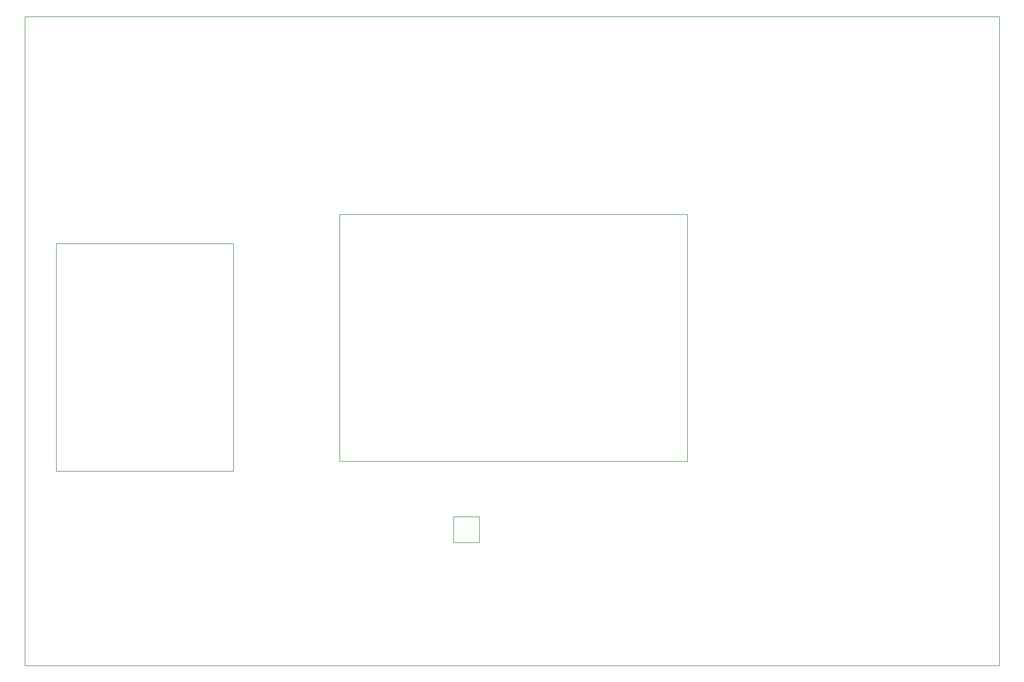
<source format=gbr>
%TF.GenerationSoftware,KiCad,Pcbnew,8.0.0*%
%TF.CreationDate,2024-03-15T07:42:52+01:00*%
%TF.ProjectId,Game_Board_v1,47616d65-5f42-46f6-9172-645f76312e6b,rev?*%
%TF.SameCoordinates,Original*%
%TF.FileFunction,Profile,NP*%
%FSLAX46Y46*%
G04 Gerber Fmt 4.6, Leading zero omitted, Abs format (unit mm)*
G04 Created by KiCad (PCBNEW 8.0.0) date 2024-03-15 07:42:52*
%MOMM*%
%LPD*%
G01*
G04 APERTURE LIST*
%TA.AperFunction,Profile*%
%ADD10C,0.050000*%
%TD*%
G04 APERTURE END LIST*
D10*
X132000000Y-63500000D02*
X282000000Y-63500000D01*
X282000000Y-163500000D01*
X132000000Y-163500000D01*
X132000000Y-63500000D01*
X136850000Y-98500000D02*
X164100000Y-98500000D01*
X164100000Y-133500000D01*
X136850000Y-133500000D01*
X136850000Y-98500000D01*
X198000000Y-140500000D02*
X202000000Y-140500000D01*
X202000000Y-144500000D01*
X198000000Y-144500000D01*
X198000000Y-140500000D01*
X180500000Y-94000000D02*
X234000000Y-94000000D01*
X234000000Y-132000000D01*
X180500000Y-132000000D01*
X180500000Y-94000000D01*
M02*

</source>
